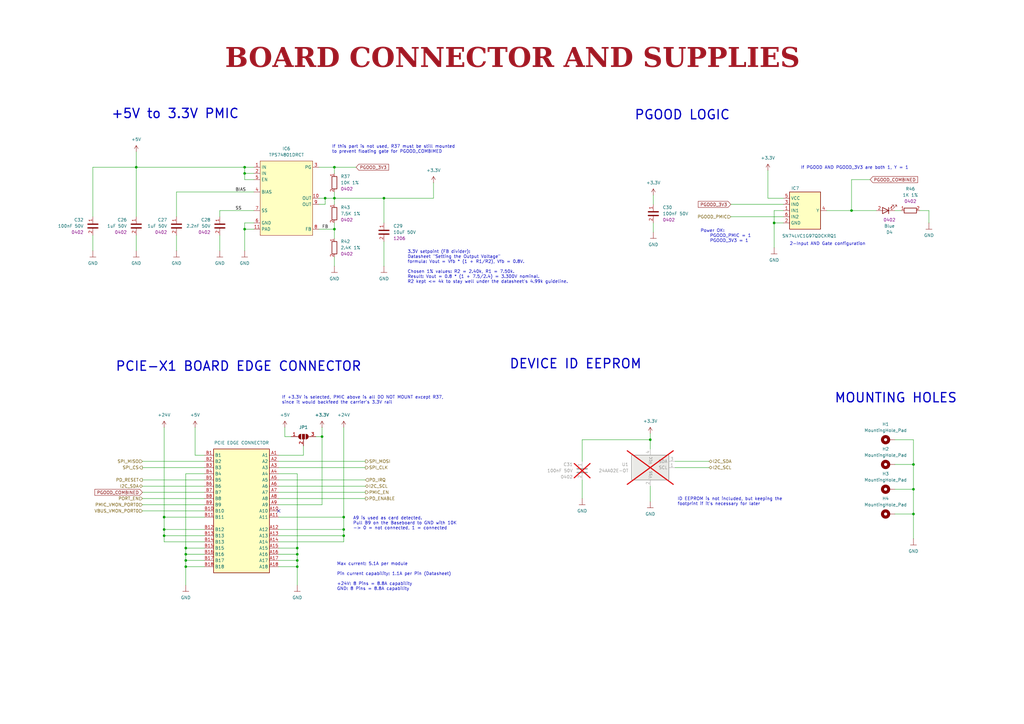
<source format=kicad_sch>
(kicad_sch (version 20250114) (generator "eeschema") (generator_version "9.0")
  (paper "A3")
  (title_block (date "2025-01-12") (rev "1.0.0") (company "DvidMakesThings"))
  (lib_symbols
    (symbol "DS_Capacitor_0402:100nF 50V 0402"
      (property "Reference" "C" (at 3.81 2.032 0))
      (property "Value" "100nF 50V" (at 3.81 0 0))
      (property "FOOTPRINT_SHORT" "0402" (at 3.81 -2.032 0))
      (symbol "100nF 50V 0402_0_1"
        (polyline (pts (xy -2.032 0.762) (xy 2.032 0.762)) (stroke (width 0.508)))
        (polyline (pts (xy -2.032 -0.762) (xy 2.032 -0.762)) (stroke (width 0.508)))
      )
      (symbol "100nF 50V 0402_1_1"
        (pin passive line (at 0 3.81 270) (length 2.794) (name "~") (number "1"))
        (pin passive line (at 0 -3.81 90) (length 2.794) (name "~") (number "2"))
      )
    )
    (symbol "DS_Capacitor_0402:1uF 50V 0402"
      (property "Reference" "C" (at 3.81 2.032 0))
      (property "Value" "1uF 50V" (at 3.81 0 0))
      (property "FOOTPRINT_SHORT" "0402" (at 3.81 -2.032 0))
      (symbol "1uF 50V 0402_0_1"
        (polyline (pts (xy -2.032 0.762) (xy 2.032 0.762)) (stroke (width 0.508)))
        (polyline (pts (xy -2.032 -0.762) (xy 2.032 -0.762)) (stroke (width 0.508)))
      )
      (symbol "1uF 50V 0402_1_1"
        (pin passive line (at 0 3.81 270) (length 2.794) (name "~") (number "1"))
        (pin passive line (at 0 -3.81 90) (length 2.794) (name "~") (number "2"))
      )
    )
    (symbol "DS_Capacitor_0402:2.2nF 50V 0402"
      (property "Reference" "C" (at 3.81 2.032 0))
      (property "Value" "2.2nF 50V" (at 3.81 0 0))
      (property "FOOTPRINT_SHORT" "0402" (at 3.81 -2.032 0))
      (symbol "2.2nF 50V 0402_0_1"
        (polyline (pts (xy -2.032 0.762) (xy 2.032 0.762)) (stroke (width 0.508)))
        (polyline (pts (xy -2.032 -0.762) (xy 2.032 -0.762)) (stroke (width 0.508)))
      )
      (symbol "2.2nF 50V 0402_1_1"
        (pin passive line (at 0 3.81 270) (length 2.794) (name "~") (number "1"))
        (pin passive line (at 0 -3.81 90) (length 2.794) (name "~") (number "2"))
      )
    )
    (symbol "DS_Capacitor_1206:10uF 50V 1206"
      (property "Reference" "C" (at 3.81 2.032 0))
      (property "Value" "10uF 50V" (at 3.81 0 0))
      (property "FOOTPRINT_SHORT" "1206" (at 3.81 -2.032 0))
      (symbol "10uF 50V 1206_0_1"
        (polyline (pts (xy -2.032 0.762) (xy 2.032 0.762)) (stroke (width 0.508)))
        (polyline (pts (xy -2.032 -0.762) (xy 2.032 -0.762)) (stroke (width 0.508)))
      )
      (symbol "10uF 50V 1206_1_1"
        (pin passive line (at 0 3.81 270) (length 2.794) (name "~") (number "1"))
        (pin passive line (at 0 -3.81 90) (length 2.794) (name "~") (number "2"))
      )
    )
    (symbol "DS_Connector:PCIe-Board Edge" (exclude_from_sim yes) (in_bom no)
      (property "Value" "PCIE EDGE CONNECTOR" (at -1.778 -9.144 0))
      (symbol "PCIe-Board Edge_0_1"
        (rectangle (start -3.81 43.18) (end 19.05 -7.62) (stroke (width 0.254)) (fill (type background)))
      )
      (symbol "PCIe-Board Edge_1_1"
        (pin power_in line (at -7.62 40.64 0) (length 3.81) (name "B1") (number "B1"))
        (pin passive line (at -7.62 38.1 0) (length 3.81) (name "B2") (number "B2"))
        (pin passive line (at -7.62 35.56 0) (length 3.81) (name "B3") (number "B3"))
        (pin power_in line (at -7.62 33.02 0) (length 3.81) (name "B4") (number "B4"))
        (pin input line (at -7.62 30.48 0) (length 3.81) (name "B5") (number "B5"))
        (pin bidirectional line (at -7.62 27.94 0) (length 3.81) (name "B6") (number "B6"))
        (pin passive line (at -7.62 25.4 0) (length 3.81) (name "B7") (number "B7"))
        (pin power_in line (at -7.62 22.86 0) (length 3.81) (name "B8") (number "B8"))
        (pin input line (at -7.62 20.32 0) (length 3.81) (name "B9") (number "B9"))
        (pin power_in line (at -7.62 17.78 0) (length 3.81) (name "B10") (number "B10"))
        (pin open_collector line (at -7.62 15.24 0) (length 3.81) (name "B11") (number "B11"))
        (pin passive line (at -7.62 10.16 0) (length 3.81) (name "B12") (number "B12"))
        (pin passive line (at -7.62 7.62 0) (length 3.81) (name "B13") (number "B13"))
        (pin input line (at -7.62 5.08 0) (length 3.81) (name "B13") (number "B14"))
        (pin input line (at -7.62 2.54 0) (length 3.81) (name "B15") (number "B15"))
        (pin passive line (at -7.62 0 0) (length 3.81) (name "B16") (number "B16"))
        (pin passive line (at -7.62 -2.54 0) (length 3.81) (name "B17") (number "B17"))
        (pin passive line (at -7.62 -5.08 0) (length 3.81) (name "B18") (number "B18"))
        (pin passive line (at 22.86 40.64 180) (length 3.81) (name "A1") (number "A1"))
        (pin passive line (at 22.86 38.1 180) (length 3.81) (name "A2") (number "A2"))
        (pin passive line (at 22.86 35.56 180) (length 3.81) (name "A3") (number "A3"))
        (pin passive line (at 22.86 33.02 180) (length 3.81) (name "A4") (number "A4"))
        (pin input line (at 22.86 30.48 180) (length 3.81) (name "A5") (number "A5"))
        (pin input line (at 22.86 27.94 180) (length 3.81) (name "A6") (number "A6"))
        (pin output line (at 22.86 25.4 180) (length 3.81) (name "A7") (number "A7"))
        (pin input line (at 22.86 22.86 180) (length 3.81) (name "A8") (number "A8"))
        (pin passive line (at 22.86 20.32 180) (length 3.81) (name "A9") (number "A9"))
        (pin passive line (at 22.86 17.78 180) (length 3.81) (name "A10") (number "A10"))
        (pin input line (at 22.86 15.24 180) (length 3.81) (name "A11") (number "A11"))
        (pin passive line (at 22.86 10.16 180) (length 3.81) (name "A12") (number "A12"))
        (pin input line (at 22.86 7.62 180) (length 3.81) (name "A13") (number "A13"))
        (pin input line (at 22.86 5.08 180) (length 3.81) (name "A14") (number "A14"))
        (pin passive line (at 22.86 2.54 180) (length 3.81) (name "A15") (number "A15"))
        (pin output line (at 22.86 0 180) (length 3.81) (name "A16") (number "A16"))
        (pin output line (at 22.86 -2.54 180) (length 3.81) (name "A17") (number "A17"))
        (pin passive line (at 22.86 -5.08 180) (length 3.81) (name "A18") (number "A18"))
      )
    )
    (symbol "DS_Opto:Blue 0402"
      (property "Reference" "D" (at -1.27 5.08 0))
      (property "Value" "Blue" (at -1.27 2.794 0))
      (property "Size" "0402" (at -1.016 -3.302 0))
      (symbol "Blue 0402_0_1"
        (polyline (pts (xy -3.048 -0.762) (xy -4.572 -2.286) (xy -3.81 -2.286) (xy -4.572 -2.286) (xy -4.572 -1.524)))
        (polyline (pts (xy -1.778 -0.762) (xy -3.302 -2.286) (xy -2.54 -2.286) (xy -3.302 -2.286) (xy -3.302 -1.524)))
        (polyline (pts (xy -1.27 0) (xy 1.27 0)))
        (polyline (pts (xy -1.27 -1.27) (xy -1.27 1.27)) (stroke (width 0.254)))
        (polyline (pts (xy 1.27 -1.27) (xy 1.27 1.27) (xy -1.27 0) (xy 1.27 -1.27)) (stroke (width 0.254)))
      )
      (symbol "Blue 0402_1_1"
        (pin passive line (at -3.81 0 0) (length 2.54) (name "") (number "1"))
        (pin passive line (at 3.81 0 180) (length 2.54) (name "") (number "2"))
      )
    )
    (symbol "DS_Peripherals:SN74LVC1G97QDCKRQ1"
      (property "Reference" "IC" (at -6.35 9.144 0))
      (property "Value" "SN74LVC1G97QDCKRQ1" (at 1.778 -9.652 0))
      (symbol "SN74LVC1G97QDCKRQ1_0_1"
        (rectangle (start -6.35 7.62) (end 6.35 -7.62) (stroke (width 0.254)) (fill (type background)))
      )
      (symbol "SN74LVC1G97QDCKRQ1_1_1"
        (pin power_in line (at -8.89 5.08 0) (length 2.54) (name "VCC") (number "5"))
        (pin passive line (at -8.89 2.54 0) (length 2.54) (name "IN0") (number "3"))
        (pin passive line (at -8.89 0 0) (length 2.54) (name "IN1") (number "1"))
        (pin passive line (at -8.89 -2.54 0) (length 2.54) (name "IN2") (number "6"))
        (pin power_in line (at -8.89 -5.08 0) (length 2.54) (name "GND") (number "2"))
        (pin passive line (at 8.89 0 180) (length 2.54) (name "Y") (number "4"))
      )
    )
    (symbol "DS_Resistor_0402:10K 1% 0402"
      (property "Reference" "R" (at 2.032 2.032 0))
      (property "Value" "10K 1%" (at 2.032 0 0))
      (property "FOOTPRINT_SHORT" "0402" (at 2.032 -2.032 0))
      (symbol "10K 1% 0402_0_1"
        (rectangle (start -1.016 2.54) (end 1.016 -2.54) (stroke (width 0.254)))
      )
      (symbol "10K 1% 0402_1_1"
        (pin passive line (at 0 3.81 270) (length 1.27) (name "~") (number "1"))
        (pin passive line (at 0 -3.81 90) (length 1.27) (name "~") (number "2"))
      )
    )
    (symbol "DS_Resistor_0402:1K 1% 0402"
      (property "Reference" "R" (at 2.032 2.032 0))
      (property "Value" "1K 1%" (at 2.032 0 0))
      (property "FOOTPRINT_SHORT" "0402" (at 2.032 -2.032 0))
      (symbol "1K 1% 0402_0_1"
        (rectangle (start -1.016 2.54) (end 1.016 -2.54) (stroke (width 0.254)))
      )
      (symbol "1K 1% 0402_1_1"
        (pin passive line (at 0 3.81 270) (length 1.27) (name "~") (number "1"))
        (pin passive line (at 0 -3.81 90) (length 1.27) (name "~") (number "2"))
      )
    )
    (symbol "DS_Resistor_0402:2.4K 1% 0402"
      (property "Reference" "R" (at 2.032 2.032 0))
      (property "Value" "2.4K 1%" (at 2.032 0 0))
      (property "FOOTPRINT_SHORT" "0402" (at 2.032 -2.032 0))
      (symbol "2.4K 1% 0402_0_1"
        (rectangle (start -1.016 2.54) (end 1.016 -2.54) (stroke (width 0.254)))
      )
      (symbol "2.4K 1% 0402_1_1"
        (pin passive line (at 0 3.81 270) (length 1.27) (name "~") (number "1"))
        (pin passive line (at 0 -3.81 90) (length 1.27) (name "~") (number "2"))
      )
    )
    (symbol "DS_Resistor_0402:7.5K 1% 0402"
      (property "Reference" "R" (at 2.032 2.032 0))
      (property "Value" "7.5K 1%" (at 2.032 0 0))
      (property "FOOTPRINT_SHORT" "0402" (at 2.032 -2.032 0))
      (symbol "7.5K 1% 0402_0_1"
        (rectangle (start -1.016 2.54) (end 1.016 -2.54) (stroke (width 0.254)))
      )
      (symbol "7.5K 1% 0402_1_1"
        (pin passive line (at 0 3.81 270) (length 1.27) (name "~") (number "1"))
        (pin passive line (at 0 -3.81 90) (length 1.27) (name "~") (number "2"))
      )
    )
    (symbol "DS_Supply:GND" (power) (pin_numbers (hide yes)) (pin_names (offset 0) (hide yes))
      (property "Value" "GND" (at 0 -3.81 0))
      (symbol "GND_0_1"
        (polyline (pts (xy 0 0) (xy 0 -2.54) (xy 1.27 -2.54) (xy 0 -2.54) (xy -1.27 -2.54) (xy 0 -2.54)))
      )
      (symbol "GND_1_1"
        (pin power_in line (at 0 0 270) (length 0) (name "~") (number "1"))
      )
    )
    (symbol "DS_Vreg:TPS74801DRCT"
      (property "Reference" "IC" (at -7.874 17.018 0))
      (property "Value" "TPS74801DRCT" (at -11.176 -17.526 0))
      (symbol "TPS74801DRCT_0_1"
        (rectangle (start -11.43 15.24) (end 10.16 -15.24) (fill (type background)))
      )
      (symbol "TPS74801DRCT_1_0"
        (pin power_in line (at -13.97 12.7 0) (length 2.54) (name "IN") (number "1"))
        (pin power_in line (at -13.97 10.16 0) (length 2.54) (name "IN") (number "2"))
        (pin input line (at -13.97 7.62 0) (length 2.54) (name "EN") (number "5"))
        (pin input line (at -13.97 2.54 0) (length 2.54) (name "BIAS") (number "4"))
        (pin passive line (at -13.97 -5.08 0) (length 2.54) (name "SS") (number "7"))
        (pin power_in line (at -13.97 -10.16 0) (length 2.54) (name "GND") (number "6"))
        (pin power_in line (at -13.97 -12.7 0) (length 2.54) (name "PAD") (number "11"))
        (pin passive line (at 12.7 12.7 180) (length 2.54) (name "PG") (number "3"))
        (pin power_in line (at 12.7 0 180) (length 2.54) (name "OUT") (number "10"))
        (pin power_in line (at 12.7 -2.54 180) (length 2.54) (name "OUT") (number "9"))
        (pin input line (at 12.7 -12.7 180) (length 2.54) (name "FB") (number "8"))
      )
    )
    (symbol "Jumper:SolderJumper_3_Open" (pin_names (offset 0) (hide yes)) (in_bom no)
      (property "Reference" "JP" (at -2.54 -2.54 0))
      (property "Value" "SolderJumper_3_Open" (at 0 2.794 0))
      (symbol "SolderJumper_3_Open_0_1"
        (polyline (pts (xy -2.54 0) (xy -2.032 0)))
        (polyline (pts (xy -1.016 1.016) (xy -1.016 -1.016)))
        (arc (start -1.016 -1.016) (mid -2.0276 0) (end -1.016 1.016))
        (arc (start -1.016 -1.016) (mid -2.0276 0) (end -1.016 1.016) (fill (type outline)))
        (rectangle (start -0.508 1.016) (end 0.508 -1.016) (fill (type outline)))
        (polyline (pts (xy 0 -1.27) (xy 0 -1.016)))
        (arc (start 1.016 1.016) (mid 2.0276 0) (end 1.016 -1.016))
        (arc (start 1.016 1.016) (mid 2.0276 0) (end 1.016 -1.016) (fill (type outline)))
        (polyline (pts (xy 1.016 1.016) (xy 1.016 -1.016)))
        (polyline (pts (xy 2.54 0) (xy 2.032 0)))
      )
      (symbol "SolderJumper_3_Open_1_1"
        (pin passive line (at -5.08 0 0) (length 2.54) (name "A") (number "1"))
        (pin passive line (at 0 -3.81 90) (length 2.54) (name "C") (number "2"))
        (pin passive line (at 5.08 0 180) (length 2.54) (name "B") (number "3"))
      )
    )
    (symbol "Mechanical:MountingHole_Pad" (pin_numbers (hide yes)) (pin_names (offset 1.016) (hide yes)) (in_bom no)
      (property "Reference" "H" (at 0 6.35 0))
      (property "Value" "MountingHole_Pad" (at 0 4.445 0))
      (symbol "MountingHole_Pad_0_1"
        (circle (center 0 1.27) (radius 1.27) (stroke (width 1.27)))
      )
      (symbol "MountingHole_Pad_1_1"
        (pin input line (at 0 -2.54 90) (length 2.54) (name "1") (number "1"))
      )
    )
    (symbol "Memory_EEPROM:24AA02E-OT"
      (property "Reference" "U" (at -7.62 6.35 0))
      (property "Value" "24AA02E-OT" (at 2.54 -6.35 0))
      (symbol "24AA02E-OT_1_1"
        (rectangle (start -7.62 5.08) (end 7.62 -5.08) (stroke (width 0.254)) (fill (type background)))
        (pin no_connect line (at -10.16 0 0) (length 2.54) (hide yes) (name "NC") (number "5"))
        (pin power_in line (at 0 7.62 270) (length 2.54) (name "V_{CC}") (number "4"))
        (pin power_in line (at 0 -7.62 90) (length 2.54) (name "V_{SS}") (number "2"))
        (pin bidirectional line (at 10.16 2.54 180) (length 2.54) (name "SDA") (number "3"))
        (pin input line (at 10.16 0 180) (length 2.54) (name "SCL") (number "1"))
      )
    )
    (symbol "power:+24V" (power) (pin_numbers (hide yes)) (pin_names (offset 0) (hide yes))
      (property "Value" "+24V" (at 0 3.556 0))
      (symbol "+24V_0_1"
        (polyline (pts (xy -0.762 1.27) (xy 0 2.54)))
        (polyline (pts (xy 0 2.54) (xy 0.762 1.27)))
        (polyline (pts (xy 0 0) (xy 0 2.54)))
      )
      (symbol "+24V_1_1"
        (pin power_in line (at 0 0 90) (length 0) (name "~") (number "1"))
      )
    )
    (symbol "power:+3.3V" (power) (pin_numbers (hide yes)) (pin_names (offset 0) (hide yes))
      (property "Value" "+3.3V" (at 0 3.556 0))
      (symbol "+3.3V_0_1"
        (polyline (pts (xy -0.762 1.27) (xy 0 2.54)))
        (polyline (pts (xy 0 2.54) (xy 0.762 1.27)))
        (polyline (pts (xy 0 0) (xy 0 2.54)))
      )
      (symbol "+3.3V_1_1"
        (pin power_in line (at 0 0 90) (length 0) (name "~") (number "1"))
      )
    )
    (symbol "power:+5V" (power) (pin_numbers (hide yes)) (pin_names (offset 0) (hide yes))
      (property "Value" "+5V" (at 0 3.556 0))
      (symbol "+5V_0_1"
        (polyline (pts (xy -0.762 1.27) (xy 0 2.54)))
        (polyline (pts (xy 0 2.54) (xy 0.762 1.27)))
        (polyline (pts (xy 0 0) (xy 0 2.54)))
      )
      (symbol "+5V_1_1"
        (pin power_in line (at 0 0 90) (length 0) (name "~") (number "1"))
      )
    )
  )
  (text "ID EEPROM is not included, but keeping the \nfootprint if it's necessary for later" (at 277.876 205.74 0) (effects (font (size 1.27 1.27)) (justify left)))
  (text "DEVICE ID EEPROM" (at 208.788 149.352 0) (effects (font (size 3.81 3.81) (thickness 0.508) (bold yes)) (justify left)))
  (text "If this part is not used, R37 must be still mounted\nto prevent floating gate for PGOOD_COMBIMED" (at 136.144 61.214 0) (effects (font (size 1.27 1.27)) (justify left)))
  (text "MOUNTING HOLES" (at 342.138 163.322 0) (effects (font (size 3.81 3.81) (thickness 0.508) (bold yes)) (justify left)))
  (text "If +3.3V is selected, PMIC above is all DO NOT MOUNT except R37,\nsince it would backfeed the carrier's 3.3V rail" (at 115.57 164.084 0) (effects (font (size 1.27 1.27)) (justify left)))
  (text "Max current: 5.1A per module\n\nPin current capability: 1.1A per Pin (Datasheet)\n\n+24V: 8 Pins = 8.8A capability\nGND: 8 Pins = 8.8A capability" (at 138.176 236.474 0) (effects (font (size 1.27 1.27)) (justify left)))
  (text "Power OK: \n    PGOOD_PMIC = 1\n    PGOOD_3V3 = 1" (at 287.274 96.774 0) (effects (font (size 1.27 1.27)) (justify left)))
  (text "A9 is used as card detected.\nPull B9 on the Baseboard to GND with 10K\n-> 0 = not connected, 1 = connected" (at 144.78 214.63 0) (effects (font (size 1.27 1.27)) (justify left)))
  (text "If PGOOD AND PGOOD_3V3 are both 1, Y = 1" (at 328.422 68.834 0) (effects (font (size 1.27 1.27)) (justify left)))
  (text "+5V to 3.3V PMIC" (at 45.466 46.736 0) (effects (font (size 3.81 3.81) (thickness 0.508) (bold yes)) (justify left)))
  (text "3.3V setpoint (FB divider): \nDatasheet \"Setting the Output Voltage\" \nformula: Vout = Vfb * (1 + R1/R2), Vfb = 0.8V. \n\nChosen 1% values: R2 = 2.40k, R1 = 7.50k. \nResult: Vout = 0.8 * (1 + 7.5/2.4) = 3.300V nominal. \nR2 kept <= 4k to stay well under the datasheet's 4.99k guideline." (at 167.132 109.474 0) (effects (font (size 1.27 1.27)) (justify left)))
  (text "PCIE-X1 BOARD EDGE CONNECTOR" (at 47.244 150.368 0) (effects (font (size 3.81 3.81) (thickness 0.508) (bold yes)) (justify left)))
  (text "PGOOD LOGIC" (at 260.096 47.244 0) (effects (font (size 3.81 3.81) (thickness 0.508) (bold yes)) (justify left)))
  (text "2-Input AND Gate configuration" (at 323.85 100.076 0) (effects (font (size 1.27 1.27)) (justify left)))
  (text_box "BOARD CONNECTOR AND SUPPLIES" (at 12.7 17.78 0) (size 394.97 12.7) (margins 5.9999 5.9999 5.9999 5.9999) (stroke (width -0.0001)) (effects (font (size 8 8) (thickness 1.2) (bold yes))))
  (junction (at 76.2 227.33))
  (junction (at 137.16 93.98))
  (junction (at 266.7 180.34))
  (junction (at 137.16 81.28))
  (junction (at 55.88 68.58))
  (junction (at 100.33 68.58))
  (junction (at 137.16 68.58))
  (junction (at 121.92 232.41))
  (junction (at 67.31 217.17))
  (junction (at 121.92 229.87))
  (junction (at 121.92 224.79))
  (junction (at 121.92 227.33))
  (junction (at 132.08 179.07))
  (junction (at 140.97 212.09))
  (junction (at 133.35 81.28))
  (junction (at 157.48 81.28))
  (junction (at 76.2 232.41))
  (junction (at 76.2 224.79))
  (junction (at 374.65 210.82))
  (junction (at 100.33 93.98))
  (junction (at 349.25 86.36))
  (junction (at 140.97 217.17))
  (junction (at 67.31 212.09))
  (junction (at 140.97 219.71))
  (junction (at 317.5 91.44))
  (junction (at 100.33 71.12))
  (junction (at 76.2 229.87))
  (junction (at 374.65 190.5))
  (junction (at 374.65 200.66))
  (junction (at 67.31 219.71))
  (no_connect (at 114.3 209.55))
  (wire (pts (xy 55.88 68.58) (xy 100.33 68.58)))
  (wire (pts (xy 67.31 212.09) (xy 83.82 212.09)))
  (wire (pts (xy 377.19 86.36) (xy 381 86.36)))
  (wire (pts (xy 116.84 179.07) (xy 119.38 179.07)))
  (wire (pts (xy 349.25 73.66) (xy 349.25 86.36)))
  (wire (pts (xy 38.1 102.87) (xy 38.1 96.52)))
  (wire (pts (xy 90.17 86.36) (xy 90.17 88.9)))
  (wire (pts (xy 374.65 200.66) (xy 374.65 210.82)))
  (wire (pts (xy 177.8 74.93) (xy 177.8 81.28)))
  (wire (pts (xy 137.16 91.44) (xy 137.16 93.98)))
  (wire (pts (xy 114.3 212.09) (xy 140.97 212.09)))
  (wire (pts (xy 157.48 81.28) (xy 157.48 91.44)))
  (wire (pts (xy 266.7 180.34) (xy 266.7 184.15)))
  (wire (pts (xy 374.65 210.82) (xy 374.65 220.98)))
  (wire (pts (xy 137.16 78.74) (xy 137.16 81.28)))
  (wire (pts (xy 114.3 227.33) (xy 121.92 227.33)))
  (wire (pts (xy 140.97 217.17) (xy 140.97 212.09)))
  (wire (pts (xy 55.88 68.58) (xy 55.88 88.9)))
  (wire (pts (xy 238.76 180.34) (xy 266.7 180.34)))
  (wire (pts (xy 114.3 222.25) (xy 140.97 222.25)))
  (wire (pts (xy 67.31 212.09) (xy 67.31 217.17)))
  (wire (pts (xy 124.46 182.88) (xy 124.46 186.69)))
  (wire (pts (xy 121.92 227.33) (xy 121.92 229.87)))
  (wire (pts (xy 137.16 68.58) (xy 146.05 68.58)))
  (wire (pts (xy 114.3 219.71) (xy 140.97 219.71)))
  (wire (pts (xy 38.1 68.58) (xy 55.88 68.58)))
  (wire (pts (xy 76.2 227.33) (xy 76.2 229.87)))
  (wire (pts (xy 137.16 81.28) (xy 137.16 83.82)))
  (wire (pts (xy 114.3 191.77) (xy 149.86 191.77)))
  (wire (pts (xy 374.65 190.5) (xy 374.65 200.66)))
  (wire (pts (xy 114.3 204.47) (xy 149.86 204.47)))
  (wire (pts (xy 58.42 207.01) (xy 83.82 207.01)))
  (wire (pts (xy 369.57 86.36) (xy 367.03 86.36)))
  (wire (pts (xy 339.09 86.36) (xy 349.25 86.36)))
  (wire (pts (xy 130.81 93.98) (xy 137.16 93.98)))
  (wire (pts (xy 100.33 93.98) (xy 100.33 102.87)))
  (wire (pts (xy 129.54 179.07) (xy 132.08 179.07)))
  (wire (pts (xy 76.2 224.79) (xy 76.2 227.33)))
  (wire (pts (xy 114.3 232.41) (xy 121.92 232.41)))
  (wire (pts (xy 100.33 68.58) (xy 104.14 68.58)))
  (wire (pts (xy 100.33 73.66) (xy 104.14 73.66)))
  (wire (pts (xy 132.08 175.26) (xy 132.08 179.07)))
  (wire (pts (xy 121.92 229.87) (xy 121.92 232.41)))
  (wire (pts (xy 58.42 209.55) (xy 83.82 209.55)))
  (wire (pts (xy 100.33 71.12) (xy 104.14 71.12)))
  (wire (pts (xy 317.5 86.36) (xy 317.5 91.44)))
  (wire (pts (xy 58.42 196.85) (xy 83.82 196.85)))
  (wire (pts (xy 72.39 102.87) (xy 72.39 96.52)))
  (wire (pts (xy 130.81 81.28) (xy 133.35 81.28)))
  (wire (pts (xy 137.16 93.98) (xy 137.16 97.79)))
  (wire (pts (xy 83.82 217.17) (xy 67.31 217.17)))
  (wire (pts (xy 367.03 200.66) (xy 374.65 200.66)))
  (wire (pts (xy 267.97 95.25) (xy 267.97 91.44)))
  (wire (pts (xy 55.88 102.87) (xy 55.88 96.52)))
  (wire (pts (xy 114.3 217.17) (xy 140.97 217.17)))
  (wire (pts (xy 76.2 229.87) (xy 83.82 229.87)))
  (wire (pts (xy 266.7 177.8) (xy 266.7 180.34)))
  (wire (pts (xy 114.3 199.39) (xy 149.86 199.39)))
  (wire (pts (xy 130.81 68.58) (xy 137.16 68.58)))
  (wire (pts (xy 276.86 191.77) (xy 290.83 191.77)))
  (wire (pts (xy 321.31 91.44) (xy 317.5 91.44)))
  (wire (pts (xy 76.2 232.41) (xy 83.82 232.41)))
  (wire (pts (xy 100.33 91.44) (xy 100.33 93.98)))
  (wire (pts (xy 90.17 86.36) (xy 104.14 86.36)))
  (wire (pts (xy 114.3 229.87) (xy 121.92 229.87)))
  (wire (pts (xy 114.3 196.85) (xy 149.86 196.85)))
  (wire (pts (xy 83.82 186.69) (xy 80.01 186.69)))
  (wire (pts (xy 58.42 199.39) (xy 83.82 199.39)))
  (wire (pts (xy 133.35 81.28) (xy 133.35 83.82)))
  (wire (pts (xy 76.2 194.31) (xy 76.2 224.79)))
  (wire (pts (xy 76.2 227.33) (xy 83.82 227.33)))
  (wire (pts (xy 137.16 81.28) (xy 157.48 81.28)))
  (wire (pts (xy 140.97 217.17) (xy 140.97 219.71)))
  (wire (pts (xy 140.97 219.71) (xy 140.97 222.25)))
  (wire (pts (xy 367.03 190.5) (xy 374.65 190.5)))
  (wire (pts (xy 381 86.36) (xy 381 91.44)))
  (wire (pts (xy 83.82 222.25) (xy 67.31 222.25)))
  (wire (pts (xy 83.82 224.79) (xy 76.2 224.79)))
  (wire (pts (xy 116.84 175.26) (xy 116.84 179.07)))
  (wire (pts (xy 58.42 204.47) (xy 83.82 204.47)))
  (wire (pts (xy 317.5 91.44) (xy 317.5 101.6)))
  (wire (pts (xy 299.72 83.82) (xy 321.31 83.82)))
  (wire (pts (xy 349.25 86.36) (xy 359.41 86.36)))
  (wire (pts (xy 374.65 180.34) (xy 374.65 190.5)))
  (wire (pts (xy 276.86 189.23) (xy 290.83 189.23)))
  (wire (pts (xy 100.33 71.12) (xy 100.33 73.66)))
  (wire (pts (xy 121.92 232.41) (xy 121.92 240.03)))
  (wire (pts (xy 114.3 224.79) (xy 121.92 224.79)))
  (wire (pts (xy 67.31 175.26) (xy 67.31 212.09)))
  (wire (pts (xy 55.88 62.23) (xy 55.88 68.58)))
  (wire (pts (xy 100.33 93.98) (xy 104.14 93.98)))
  (wire (pts (xy 114.3 186.69) (xy 124.46 186.69)))
  (wire (pts (xy 157.48 81.28) (xy 177.8 81.28)))
  (wire (pts (xy 58.42 191.77) (xy 83.82 191.77)))
  (wire (pts (xy 314.96 69.85) (xy 314.96 81.28)))
  (wire (pts (xy 238.76 204.47) (xy 238.76 196.85)))
  (wire (pts (xy 130.81 83.82) (xy 133.35 83.82)))
  (wire (pts (xy 83.82 194.31) (xy 76.2 194.31)))
  (wire (pts (xy 140.97 212.09) (xy 140.97 175.26)))
  (wire (pts (xy 114.3 207.01) (xy 132.08 207.01)))
  (wire (pts (xy 349.25 73.66) (xy 356.87 73.66)))
  (wire (pts (xy 100.33 68.58) (xy 100.33 71.12)))
  (wire (pts (xy 317.5 86.36) (xy 321.31 86.36)))
  (wire (pts (xy 238.76 180.34) (xy 238.76 189.23)))
  (wire (pts (xy 67.31 222.25) (xy 67.31 219.71)))
  (wire (pts (xy 114.3 201.93) (xy 149.86 201.93)))
  (wire (pts (xy 367.03 180.34) (xy 374.65 180.34)))
  (wire (pts (xy 114.3 189.23) (xy 149.86 189.23)))
  (wire (pts (xy 90.17 96.52) (xy 90.17 102.87)))
  (wire (pts (xy 72.39 78.74) (xy 72.39 88.9)))
  (wire (pts (xy 58.42 189.23) (xy 83.82 189.23)))
  (wire (pts (xy 72.39 78.74) (xy 104.14 78.74)))
  (wire (pts (xy 267.97 80.01) (xy 267.97 83.82)))
  (wire (pts (xy 83.82 219.71) (xy 67.31 219.71)))
  (wire (pts (xy 367.03 210.82) (xy 374.65 210.82)))
  (wire (pts (xy 157.48 99.06) (xy 157.48 109.22)))
  (wire (pts (xy 76.2 229.87) (xy 76.2 232.41)))
  (wire (pts (xy 137.16 68.58) (xy 137.16 71.12)))
  (wire (pts (xy 76.2 232.41) (xy 76.2 240.03)))
  (wire (pts (xy 67.31 219.71) (xy 67.31 217.17)))
  (wire (pts (xy 114.3 194.31) (xy 121.92 194.31)))
  (wire (pts (xy 100.33 91.44) (xy 104.14 91.44)))
  (wire (pts (xy 121.92 194.31) (xy 121.92 224.79)))
  (wire (pts (xy 38.1 68.58) (xy 38.1 88.9)))
  (wire (pts (xy 58.42 201.93) (xy 83.82 201.93)))
  (wire (pts (xy 133.35 81.28) (xy 137.16 81.28)))
  (wire (pts (xy 266.7 205.74) (xy 266.7 199.39)))
  (wire (pts (xy 299.72 88.9) (xy 321.31 88.9)))
  (wire (pts (xy 121.92 224.79) (xy 121.92 227.33)))
  (wire (pts (xy 137.16 105.41) (xy 137.16 109.22)))
  (wire (pts (xy 132.08 179.07) (xy 132.08 207.01)))
  (wire (pts (xy 80.01 175.26) (xy 80.01 186.69)))
  (wire (pts (xy 314.96 81.28) (xy 321.31 81.28)))
  (label "FB" (at 132.08 93.98 0))
  (label "SS" (at 96.52 86.36 0))
  (label "BIAS" (at 96.52 78.74 0))
  (global_label "PGOOD_COMBINED" (shape input) (at 356.87 73.66 0) (property "Intersheetrefs" "${INTERSHEET_REFS}" (effects (hide yes))))
  (global_label "PGOOD_COMBINED" (shape input) (at 58.42 201.93 180) (property "Intersheetrefs" "${INTERSHEET_REFS}" (effects (hide yes))))
  (global_label "PGOOD_3V3" (shape input) (at 146.05 68.58 0) (property "Intersheetrefs" "${INTERSHEET_REFS}" (effects (hide yes))))
  (global_label "PGOOD_3V3" (shape input) (at 299.72 83.82 180) (property "Intersheetrefs" "${INTERSHEET_REFS}" (effects (hide yes))))
  (hierarchical_label "SPI_MISO" (shape input) (at 58.42 189.23 180))
  (hierarchical_label "I2C_SCL" (shape bidirectional) (at 149.86 199.39 0))
  (hierarchical_label "I2C_SDA" (shape bidirectional) (at 58.42 199.39 180))
  (hierarchical_label "SPI_CS" (shape output) (at 58.42 191.77 180))
  (hierarchical_label "PMIC_EN" (shape output) (at 149.86 201.93 0))
  (hierarchical_label "VBUS_VMON_PORT0" (shape input) (at 58.42 209.55 180))
  (hierarchical_label "PD_ENABLE" (shape output) (at 149.86 204.47 0))
  (hierarchical_label "PD_IRQ" (shape input) (at 149.86 196.85 0))
  (hierarchical_label "SPI_MOSI" (shape output) (at 149.86 189.23 0))
  (hierarchical_label "PMIC_VMON_PORT0" (shape input) (at 58.42 207.01 180))
  (hierarchical_label "SPI_CLK" (shape output) (at 149.86 191.77 0))
  (hierarchical_label "PGOOD_PMIC" (shape input) (at 299.72 88.9 180))
  (hierarchical_label "I2C_SDA" (shape bidirectional) (at 290.83 189.23 0))
  (hierarchical_label "PORT_EN" (shape input) (at 58.42 204.47 180))
  (hierarchical_label "PD_RESET" (shape output) (at 58.42 196.85 180))
  (hierarchical_label "I2C_SCL" (shape bidirectional) (at 290.83 191.77 0))
  (symbol (lib_id "power:+3.3V") (at 266.7 177.8 0) (unit 1)
    (property "Reference" "#PWR084" (effects (hide yes)))
    (property "Value" "+3.3V" (at 266.7 172.72 0))
    (property "Description" "Power symbol creates a global label with name \"+3.3V\"" (effects (hide yes)))
  )
  (symbol (lib_id "DS_Supply:GND") (at 121.92 240.03 0) (unit 1)
    (property "Reference" "#PWR64" (effects (hide yes)))
    (property "Value" "GND" (at 121.92 245.11 0))
    (property "Description" "Power symbol creates a global label with name \"GND\" , ground" (effects (hide yes)))
  )
  (symbol (lib_id "DS_Resistor_0402:1K 1% 0402") (at 373.38 86.36 90) (mirror x) (unit 1)
    (property "Reference" "R46" (at 373.38 77.47 90))
    (property "Value" "1K 1%" (at 373.38 80.01 90))
    (property "Footprint" "Resistor_SMD:R_0402_1005Metric" (effects (hide yes)))
    (property "Description" "62.5mW Thick Film Resistors 50V ±100ppm/℃ ±1% 1kΩ 0402 Chip Resistor - Surface Mount ROHS" (effects (hide yes)))
    (property "LCSC_PART" "C11702" (effects (hide yes)))
    (property "ROHS" "YES" (effects (hide yes)))
    (property "FOOTPRINT_SHORT" "0402" (at 373.38 82.55 90))
    (property "MFR" "FH" (effects (hide yes)))
  )
  (symbol (lib_id "power:+3.3V") (at 132.08 175.26 0) (unit 1)
    (property "Reference" "#PWR067" (effects (hide yes)))
    (property "Value" "+3.3V" (at 132.08 170.18 0))
    (property "Description" "Power symbol creates a global label with name \"+3.3V\"" (effects (hide yes)))
  )
  (symbol (lib_id "DS_Capacitor_1206:10uF 50V 1206") (at 157.48 95.25 0) (unit 1)
    (property "Reference" "C29" (at 161.29 92.7099 0) (effects (justify left)))
    (property "Value" "10uF 50V" (at 161.29 95.2499 0) (effects (justify left)))
    (property "Footprint" "Capacitor_SMD:C_1206_3216Metric" (effects (hide yes)))
    (property "Datasheet" "https://jlcpcb.com/api/file/downloadByFileSystemAccessId/8579707359440130048" (effects (hide yes)))
    (property "Description" "50V 10uF X5R ±10% 1206 Multilayer Ceramic Capacitors MLCC - SMD/SMT ROHS" (effects (hide yes)))
    (property "FOOTPRINT_SHORT" "1206" (at 161.29 97.7899 0) (effects (justify left)))
    (property "ROHS" "YES" (effects (hide yes)))
    (property "LCSC_PART" "C13585" (effects (hide yes)))
    (property "MFR" "Samsung Electro-Mechanics" (effects (hide yes)))
    (property "MPN" "CL31A106KBHNNNE" (effects (hide yes)))
  )
  (symbol (lib_id "DS_Supply:GND") (at 137.16 109.22 0) (unit 1)
    (property "Reference" "#PWR074" (effects (hide yes)))
    (property "Value" "GND" (at 137.16 114.3 0))
    (property "Description" "Power symbol creates a global label with name \"GND\" , ground" (effects (hide yes)))
  )
  (symbol (lib_id "Mechanical:MountingHole_Pad") (at 364.49 190.5 90) (unit 1) (in_bom no)
    (property "Reference" "H2" (at 363.22 184.15 90))
    (property "Value" "MountingHole_Pad" (at 363.22 186.69 90))
    (property "Footprint" "MountingHole:MountingHole_2.2mm_M2_Pad_Via" (effects (hide yes)))
    (property "Description" "Mounting Hole with connection" (effects (hide yes)))
  )
  (symbol (lib_id "power:+24V") (at 140.97 175.26 0) (unit 1)
    (property "Reference" "#PWR065" (effects (hide yes)))
    (property "Value" "+24V" (at 140.97 170.18 0))
    (property "Description" "Power symbol creates a global label with name \"+24V\"" (effects (hide yes)))
  )
  (symbol (lib_id "DS_Supply:GND") (at 76.2 240.03 0) (unit 1)
    (property "Reference" "#PWR63" (effects (hide yes)))
    (property "Value" "GND" (at 76.2 245.11 0))
    (property "Description" "Power symbol creates a global label with name \"GND\" , ground" (effects (hide yes)))
  )
  (symbol (lib_id "DS_Supply:GND") (at 72.39 102.87 0) (unit 1)
    (property "Reference" "#PWR070" (effects (hide yes)))
    (property "Value" "GND" (at 72.39 107.95 0))
    (property "Description" "Power symbol creates a global label with name \"GND\" , ground" (effects (hide yes)))
  )
  (symbol (lib_id "power:+5V") (at 80.01 175.26 0) (unit 1)
    (property "Reference" "#PWR066" (effects (hide yes)))
    (property "Value" "+5V" (at 80.01 170.18 0))
    (property "Description" "Power symbol creates a global label with name \"+5V\"" (effects (hide yes)))
  )
  (symbol (lib_id "power:+5V") (at 55.88 62.23 0) (unit 1)
    (property "Reference" "#PWR068" (effects (hide yes)))
    (property "Value" "+5V" (at 55.88 57.15 0))
    (property "Description" "Power symbol creates a global label with name \"+5V\"" (effects (hide yes)))
  )
  (symbol (lib_id "power:+3.3V") (at 267.97 80.01 0) (mirror y) (unit 1)
    (property "Reference" "#PWR077" (effects (hide yes)))
    (property "Value" "+3.3V" (at 267.97 74.93 0))
    (property "Description" "Power symbol creates a global label with name \"+3.3V\"" (effects (hide yes)))
  )
  (symbol (lib_id "DS_Supply:GND") (at 267.97 95.25 0) (unit 1)
    (property "Reference" "#PWR078" (effects (hide yes)))
    (property "Value" "GND" (at 267.97 100.33 0))
    (property "Description" "Power symbol creates a global label with name \"GND\" , ground" (effects (hide yes)))
  )
  (symbol (lib_id "power:+5V") (at 116.84 175.26 0) (unit 1)
    (property "Reference" "#PWR076" (effects (hide yes)))
    (property "Value" "+5V" (at 116.84 170.18 0))
    (property "Description" "Power symbol creates a global label with name \"+5V\"" (effects (hide yes)))
  )
  (symbol (lib_id "DS_Capacitor_0402:1uF 50V 0402") (at 72.39 92.71 0) (mirror y) (unit 1)
    (property "Reference" "C27" (at 68.58 90.1699 0) (effects (justify left)))
    (property "Value" "1uF 50V" (at 68.58 92.7099 0) (effects (justify left)))
    (property "Footprint" "Capacitor_SMD:C_0402_1005Metric" (effects (hide yes)))
    (property "Description" "50V 1uF X5R ±10% 0402 Multilayer Ceramic Capacitors MLCC - SMD/SMT ROHS" (effects (hide yes)))
    (property "FOOTPRINT_SHORT" "0402" (at 68.58 95.2499 0) (effects (justify left)))
    (property "ROHS" "YES" (effects (hide yes)))
    (property "LCSC_PART" "C1518208" (effects (hide yes)))
  )
  (symbol (lib_id "DS_Peripherals:SN74LVC1G97QDCKRQ1") (at 330.2 86.36 0) (unit 1)
    (property "Reference" "IC7" (at 326.136 77.216 0))
    (property "Value" "SN74LVC1G97QDCKRQ1" (at 331.978 96.774 0))
    (property "Footprint" "DS_Peripherals:SOT-363_SC-70-6" (effects (hide yes)))
    (property "Datasheet" "https://www.ti.com/general/docs/suppproductinfo.tsp?distId=10&gotoUrl=https%3A%2F%2Fwww.ti.com%2Flit%2Fgpn%2Fsn74lvc1g97-q1" (effects (hide yes)))
    (property "Description" "Configurable Multiple Function Configurable 1 Circuit 3 Input SC-70-6" (effects (hide yes)))
    (property "MPN" "SN74LVC1G97QDCKRQ1" (effects (hide yes)))
    (property "MFR" "Texas Instruments" (effects (hide yes)))
    (property "LCSC_PART" "C179911" (effects (hide yes)))
    (property "DIST1" "https://www.digikey.de/en/products/detail/texas-instruments/sn74lvc1g97qdckrq1/716453" (effects (hide yes)))
    (property "ROHS" "YES" (effects (hide yes)))
  )
  (symbol (lib_id "DS_Capacitor_0402:1uF 50V 0402") (at 55.88 92.71 0) (mirror y) (unit 1)
    (property "Reference" "C26" (at 52.07 90.1699 0) (effects (justify left)))
    (property "Value" "1uF 50V" (at 52.07 92.7099 0) (effects (justify left)))
    (property "Footprint" "Capacitor_SMD:C_0402_1005Metric" (effects (hide yes)))
    (property "Description" "50V 1uF X5R ±10% 0402 Multilayer Ceramic Capacitors MLCC - SMD/SMT ROHS" (effects (hide yes)))
    (property "FOOTPRINT_SHORT" "0402" (at 52.07 95.2499 0) (effects (justify left)))
    (property "ROHS" "YES" (effects (hide yes)))
    (property "LCSC_PART" "C1518208" (effects (hide yes)))
  )
  (symbol (lib_id "DS_Capacitor_0402:2.2nF 50V 0402") (at 90.17 92.71 0) (mirror y) (unit 1)
    (property "Reference" "C28" (at 86.36 90.1699 0) (effects (justify left)))
    (property "Value" "2.2nF 50V" (at 86.36 92.7099 0) (effects (justify left)))
    (property "Footprint" "Capacitor_SMD:C_0402_1005Metric" (effects (hide yes)))
    (property "Datasheet" "https://jlcpcb.com/api/file/downloadByFileSystemAccessId/8588898740437962752" (effects (hide yes)))
    (property "Description" "Chip Capacitor (MLCC) 0402 2.2nF ±10% 50V X7R" (effects (hide yes)))
    (property "FOOTPRINT_SHORT" "0402" (at 86.36 95.2499 0) (effects (justify left)))
    (property "ROHS" "YES" (effects (hide yes)))
    (property "LCSC_PART" "C106861" (effects (hide yes)))
    (property "MFR" "YAGEO" (effects (hide yes)))
    (property "MPN" "CC0402KRX7R9BB222" (effects (hide yes)))
  )
  (symbol (lib_id "DS_Supply:GND") (at 55.88 102.87 0) (unit 1)
    (property "Reference" "#PWR069" (effects (hide yes)))
    (property "Value" "GND" (at 55.88 107.95 0))
    (property "Description" "Power symbol creates a global label with name \"GND\" , ground" (effects (hide yes)))
  )
  (symbol (lib_id "Memory_EEPROM:24AA02E-OT") (at 266.7 191.77 0) (unit 1) (in_bom no) (dnp yes)
    (property "Reference" "U1" (at 257.81 190.4999 0) (effects (justify right)))
    (property "Value" "24AA02E-OT" (at 257.81 193.0399 0) (effects (justify right)))
    (property "Footprint" "Package_TO_SOT_SMD:SOT-23-5" (effects (hide yes)))
    (property "Datasheet" "https://ww1.microchip.com/downloads/aemDocuments/documents/MPD/ProductDocuments/DataSheets/2-Kbit-I2C-Serial-EEPROMs-+EUI-48-or-EUI-64-Node-20002124.pdf" (effects (hide yes)))
    (property "Description" "I2C Serial EEPROM with EUI-48 or EUI-64, 2Kb, SOT-23-5" (effects (hide yes)))
  )
  (symbol (lib_id "DS_Vreg:TPS74801DRCT") (at 118.11 81.28 0) (unit 1)
    (property "Reference" "IC6" (at 117.475 60.96 0))
    (property "Value" "TPS74801DRCT" (at 117.475 63.5 0))
    (property "Footprint" "DS_Vreg:VSON-10-1EP_3x3mm_P0.5mm_EP1.65x2.4mm_ThermalVias" (effects (hide yes)))
    (property "Datasheet" "https://www.ti.com/lit/ds/symlink/tps74801.pdf?HQS=dis-dk-null-digikeymode-dsf-pf-null-wwe&ts=1770203100490&ref_url=https%253A%252F%252Fwww.ti.com%252Fgeneral%252Fdocs%252Fsuppproductinfo.tsp%253FdistId%253D10%2526gotoUrl%253Dhttps%253A%252F%252Fwww.ti.com%252Flit%252Fgpn%252Ftps74801" (effects (hide yes)))
    (property "Description" "Linear Voltage Regulator IC Positive Adjustable 1 Output 1.5A 10-VSON (3x3)" (effects (hide yes)))
    (property "ROHS" "YES" (effects (hide yes)))
    (property "MPN" "TPS74801DRCT" (effects (hide yes)))
    (property "MFR" "Texas Instruments" (effects (hide yes)))
    (property "LCSC_PART" "C882845" (effects (hide yes)))
    (property "DIST1" "https://www.digikey.at/en/products/detail/texas-instruments/tps74801drct/1908307" (effects (hide yes)))
  )
  (symbol (lib_id "Mechanical:MountingHole_Pad") (at 364.49 210.82 90) (unit 1) (in_bom no)
    (property "Reference" "H4" (at 363.22 204.47 90))
    (property "Value" "MountingHole_Pad" (at 363.22 207.01 90))
    (property "Footprint" "MountingHole:MountingHole_2.2mm_M2_Pad_Via" (effects (hide yes)))
    (property "Description" "Mounting Hole with connection" (effects (hide yes)))
  )
  (symbol (lib_id "DS_Supply:GND") (at 317.5 101.6 0) (unit 1)
    (property "Reference" "#PWR081" (effects (hide yes)))
    (property "Value" "GND" (at 317.5 106.68 0))
    (property "Description" "Power symbol creates a global label with name \"GND\" , ground" (effects (hide yes)))
  )
  (symbol (lib_id "DS_Resistor_0402:2.4K 1% 0402") (at 137.16 101.6 0) (unit 1)
    (property "Reference" "R42" (at 139.7 99.0599 0) (effects (justify left)))
    (property "Value" "2.4K 1%" (at 139.7 101.5999 0) (effects (justify left)))
    (property "Footprint" "Resistor_SMD:R_0402_1005Metric" (effects (hide yes)))
    (property "Description" "62.5mW Thick Film Resistors 50V ±100ppm/℃ ±1% 2.4kΩ 0402 Chip Resistor - Surface Mount ROHS" (effects (hide yes)))
    (property "LCSC_PART" "C25882" (effects (hide yes)))
    (property "ROHS" "YES" (effects (hide yes)))
    (property "FOOTPRINT_SHORT" "0402" (at 139.7 104.1399 0) (effects (justify left)))
    (property "MFR" "LIZ" (effects (hide yes)))
  )
  (symbol (lib_id "DS_Supply:GND") (at 266.7 205.74 0) (unit 1)
    (property "Reference" "#PWR085" (effects (hide yes)))
    (property "Value" "GND" (at 266.7 210.82 0))
    (property "Description" "Power symbol creates a global label with name \"GND\" , ground" (effects (hide yes)))
  )
  (symbol (lib_id "Mechanical:MountingHole_Pad") (at 364.49 200.66 90) (unit 1) (in_bom no)
    (property "Reference" "H3" (at 363.22 194.31 90))
    (property "Value" "MountingHole_Pad" (at 363.22 196.85 90))
    (property "Footprint" "MountingHole:MountingHole_2.2mm_M2_Pad_Via" (effects (hide yes)))
    (property "Description" "Mounting Hole with connection" (effects (hide yes)))
  )
  (symbol (lib_id "DS_Capacitor_0402:100nF 50V 0402") (at 38.1 92.71 0) (mirror y) (unit 1)
    (property "Reference" "C32" (at 34.29 90.1699 0) (effects (justify left)))
    (property "Value" "100nF 50V" (at 34.29 92.7099 0) (effects (justify left)))
    (property "Footprint" "Capacitor_SMD:C_0402_1005Metric" (effects (hide yes)))
    (property "Description" "50V 100nF X7R ±10% 0402 Multilayer Ceramic Capacitors MLCC - SMD/SMT ROHS" (effects (hide yes)))
    (property "FOOTPRINT_SHORT" "0402" (at 34.29 95.2499 0) (effects (justify left)))
    (property "ROHS" "YES" (effects (hide yes)))
    (property "LCSC_PART" "C307331" (effects (hide yes)))
  )
  (symbol (lib_id "DS_Resistor_0402:10K 1% 0402") (at 137.16 74.93 0) (unit 1)
    (property "Reference" "R37" (at 139.7 72.3899 0) (effects (justify left)))
    (property "Value" "10K 1%" (at 139.7 74.9299 0) (effects (justify left)))
    (property "Footprint" "Resistor_SMD:R_0402_1005Metric" (effects (hide yes)))
    (property "Description" "62.5mW Thick Film Resistors 50V ±100ppm/℃ ±1% 10kΩ 0402 Chip Resistor - Surface Mount ROHS" (effects (hide yes)))
    (property "LCSC_PART" "C25744" (effects (hide yes)))
    (property "ROHS" "YES" (effects (hide yes)))
    (property "FOOTPRINT_SHORT" "0402" (at 139.7 77.4699 0) (effects (justify left)))
    (property "MFR" "ROHM" (effects (hide yes)))
  )
  (symbol (lib_id "DS_Capacitor_0402:100nF 50V 0402") (at 267.97 87.63 0) (unit 1)
    (property "Reference" "C30" (at 271.78 85.0899 0) (effects (justify left)))
    (property "Value" "100nF 50V" (at 271.78 87.6299 0) (effects (justify left)))
    (property "Footprint" "Capacitor_SMD:C_0402_1005Metric" (effects (hide yes)))
    (property "Description" "50V 100nF X7R ±10% 0402 Multilayer Ceramic Capacitors MLCC - SMD/SMT ROHS" (effects (hide yes)))
    (property "FOOTPRINT_SHORT" "0402" (at 271.78 90.1699 0) (effects (justify left)))
    (property "ROHS" "YES" (effects (hide yes)))
    (property "LCSC_PART" "C307331" (effects (hide yes)))
  )
  (symbol (lib_id "DS_Supply:GND") (at 90.17 102.87 0) (unit 1)
    (property "Reference" "#PWR072" (effects (hide yes)))
    (property "Value" "GND" (at 90.17 107.95 0))
    (property "Description" "Power symbol creates a global label with name \"GND\" , ground" (effects (hide yes)))
  )
  (symbol (lib_id "DS_Supply:GND") (at 157.48 109.22 0) (unit 1)
    (property "Reference" "#PWR073" (effects (hide yes)))
    (property "Value" "GND" (at 157.48 114.3 0))
    (property "Description" "Power symbol creates a global label with name \"GND\" , ground" (effects (hide yes)))
  )
  (symbol (lib_id "DS_Supply:GND") (at 381 91.44 0) (unit 1)
    (property "Reference" "#PWR079" (effects (hide yes)))
    (property "Value" "GND" (at 381 96.52 0))
    (property "Description" "Power symbol creates a global label with name \"GND\" , ground" (effects (hide yes)))
  )
  (symbol (lib_id "Jumper:SolderJumper_3_Open") (at 124.46 179.07 0) (unit 1) (in_bom no)
    (property "Reference" "JP1" (at 124.46 175.26 0))
    (property "Value" "SolderJumper_3_Open" (effects (hide yes)))
    (property "Footprint" "Jumper:SolderJumper-3_P1.3mm_Open_Pad1.0x1.5mm" (effects (hide yes)))
    (property "Description" "Solder Jumper, 3-pole, open" (effects (hide yes)))
  )
  (symbol (lib_id "DS_Supply:GND") (at 238.76 204.47 0) (unit 1)
    (property "Reference" "#PWR086" (effects (hide yes)))
    (property "Value" "GND" (at 238.76 209.55 0))
    (property "Description" "Power symbol creates a global label with name \"GND\" , ground" (effects (hide yes)))
  )
  (symbol (lib_id "DS_Resistor_0402:7.5K 1% 0402") (at 137.16 87.63 0) (unit 1)
    (property "Reference" "R43" (at 139.7 85.0899 0) (effects (justify left)))
    (property "Value" "7.5K 1%" (at 139.7 87.6299 0) (effects (justify left)))
    (property "Footprint" "Resistor_SMD:R_0402_1005Metric" (effects (hide yes)))
    (property "Description" "62.5mW Thick Film Resistors 50V ±100ppm/℃ ±1% 7.5kΩ 0402 Chip Resistor - Surface Mount ROHS" (effects (hide yes)))
    (property "LCSC_PART" "C25918" (effects (hide yes)))
    (property "ROHS" "YES" (effects (hide yes)))
    (property "FOOTPRINT_SHORT" "0402" (at 139.7 90.1699 0) (effects (justify left)))
    (property "MFR" "Uniohm" (effects (hide yes)))
  )
  (symbol (lib_id "DS_Connector:PCIe-Board Edge") (at 91.44 227.33 0) (unit 1) (exclude_from_sim yes) (in_bom no)
    (property "Reference" "J2" (effects (hide yes)))
    (property "Value" "PCIE EDGE CONNECTOR" (at 99.06 181.61 0))
    (property "Footprint" "DS_Connector:BUS_PCIexpress_x1" (effects (hide yes)))
    (property "ROHS" "YES" (effects (hide yes)))
  )
  (symbol (lib_id "DS_Supply:GND") (at 100.33 102.87 0) (unit 1)
    (property "Reference" "#PWR071" (effects (hide yes)))
    (property "Value" "GND" (at 100.33 107.95 0))
    (property "Description" "Power symbol creates a global label with name \"GND\" , ground" (effects (hide yes)))
  )
  (symbol (lib_id "DS_Supply:GND") (at 374.65 220.98 0) (unit 1)
    (property "Reference" "#PWR062" (effects (hide yes)))
    (property "Value" "GND" (at 374.65 226.06 0))
    (property "Description" "Power symbol creates a global label with name \"GND\" , ground" (effects (hide yes)))
  )
  (symbol (lib_id "DS_Supply:GND") (at 38.1 102.87 0) (unit 1)
    (property "Reference" "#PWR092" (effects (hide yes)))
    (property "Value" "GND" (at 38.1 107.95 0))
    (property "Description" "Power symbol creates a global label with name \"GND\" , ground" (effects (hide yes)))
  )
  (symbol (lib_id "Mechanical:MountingHole_Pad") (at 364.49 180.34 90) (unit 1) (in_bom no)
    (property "Reference" "H1" (at 363.22 173.99 90))
    (property "Value" "MountingHole_Pad" (at 363.22 176.53 90))
    (property "Footprint" "MountingHole:MountingHole_2.2mm_M2_Pad_Via" (effects (hide yes)))
    (property "Description" "Mounting Hole with connection" (effects (hide yes)))
  )
  (symbol (lib_id "power:+24V") (at 67.31 175.26 0) (unit 1)
    (property "Reference" "#PWR61" (effects (hide yes)))
    (property "Value" "+24V" (at 67.31 170.18 0))
    (property "Description" "Power symbol creates a global label with name \"+24V\"" (effects (hide yes)))
  )
  (symbol (lib_id "power:+3.3V") (at 314.96 69.85 0) (unit 1)
    (property "Reference" "#PWR080" (effects (hide yes)))
    (property "Value" "+3.3V" (at 314.96 64.77 0))
    (property "Description" "Power symbol creates a global label with name \"+3.3V\"" (effects (hide yes)))
  )
  (symbol (lib_id "DS_Opto:Blue 0402") (at 363.22 86.36 180) (unit 1)
    (property "Reference" "D4" (at 364.8075 95.25 0))
    (property "Value" "Blue" (at 364.8075 92.71 0))
    (property "Footprint" "LED_SMD:LED_0402_1005Metric" (effects (hide yes)))
    (property "Datasheet" "https://jlcpcb.com/api/file/downloadByFileSystemAccessId/8590921452453912577" (effects (hide yes)))
    (property "Description" "-40℃~+85℃ 120° 20mA 240mcd 3.3V 455nm~475nm 465nm 70mW Blue Discrete Diode Top-mount Water Clear 0402 LED Indication - Discrete ROHS" (effects (hide yes)))
    (property "MPN" "XL-1005UBC" (effects (hide yes)))
    (property "MFR" "XINGLIGHT" (effects (hide yes)))
    (property "LCSC_PART" "C22355736" (effects (hide yes)))
    (property "ROHS" "YES" (effects (hide yes)))
    (property "Size" "0402" (at 364.8075 90.17 0))
  )
  (symbol (lib_id "DS_Capacitor_0402:100nF 50V 0402") (at 238.76 193.04 0) (mirror y) (unit 1) (in_bom no) (dnp yes)
    (property "Reference" "C31" (at 234.95 190.4999 0) (effects (justify left)))
    (property "Value" "100nF 50V" (at 234.95 193.0399 0) (effects (justify left)))
    (property "Footprint" "Capacitor_SMD:C_0402_1005Metric" (effects (hide yes)))
    (property "Description" "50V 100nF X7R ±10% 0402 Multilayer Ceramic Capacitors MLCC - SMD/SMT ROHS" (effects (hide yes)))
    (property "FOOTPRINT_SHORT" "0402" (at 234.95 195.5799 0) (effects (justify left)))
    (property "ROHS" "YES" (effects (hide yes)))
    (property "LCSC_PART" "C307331" (effects (hide yes)))
  )
  (symbol (lib_id "power:+3.3V") (at 177.8 74.93 0) (unit 1)
    (property "Reference" "#PWR075" (effects (hide yes)))
    (property "Value" "+3.3V" (at 177.8 69.85 0))
    (property "Description" "Power symbol creates a global label with name \"+3.3V\"" (effects (hide yes)))
  )
)
</source>
